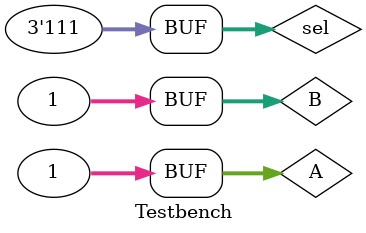
<source format=v>
`timescale 1ns/1ps
module Testbench();
reg [31:0] A, B;
reg [2:0] sel;
wire [31:0] Q;
wire OF;

ALU ALU1(A, B, Q, OF, sel);
initial begin
 sel = 0;
 A = 2;
 B = 3;
 #10
 sel = 1;
 A = 4;
 B = 5;
 #10
 sel = 2;
 A = 6;
 B = 7;
 #10
 sel = 3;
 A = 8;
 B = 9;
 #10
 sel = 4;
 A = 10;
 B = 11;
 #10
 sel = 5;
 A = 7;
 B = 1;
 #10
 sel = 6;
 A = 2;
 B = 3;
 #10
 sel = 7;
 A = 1;
 B = 1;
 #10;
end
endmodule
/*
reg [2:0] sel;
wire [31:0] Q;
wire OF;

MUX21 mux(A, B, Q, sel);
initial begin
 sel = 0;
 A = 2;
 B = 3;
 #10
 sel = 1;
 A = 4;
 B = 5;
 #10
 sel = 0;
 A = 6;
 B = 5;
end*/



</source>
